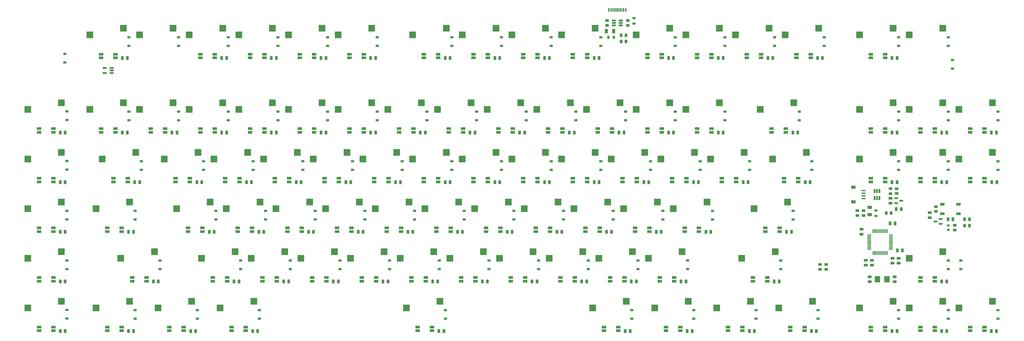
<source format=gbp>
%TF.GenerationSoftware,KiCad,Pcbnew,(6.0.0)*%
%TF.CreationDate,2022-03-04T20:35:23-05:00*%
%TF.ProjectId,keyboard0,6b657962-6f61-4726-9430-2e6b69636164,rev?*%
%TF.SameCoordinates,Original*%
%TF.FileFunction,Paste,Bot*%
%TF.FilePolarity,Positive*%
%FSLAX46Y46*%
G04 Gerber Fmt 4.6, Leading zero omitted, Abs format (unit mm)*
G04 Created by KiCad (PCBNEW (6.0.0)) date 2022-03-04 20:35:23*
%MOMM*%
%LPD*%
G01*
G04 APERTURE LIST*
G04 Aperture macros list*
%AMRoundRect*
0 Rectangle with rounded corners*
0 $1 Rounding radius*
0 $2 $3 $4 $5 $6 $7 $8 $9 X,Y pos of 4 corners*
0 Add a 4 corners polygon primitive as box body*
4,1,4,$2,$3,$4,$5,$6,$7,$8,$9,$2,$3,0*
0 Add four circle primitives for the rounded corners*
1,1,$1+$1,$2,$3*
1,1,$1+$1,$4,$5*
1,1,$1+$1,$6,$7*
1,1,$1+$1,$8,$9*
0 Add four rect primitives between the rounded corners*
20,1,$1+$1,$2,$3,$4,$5,0*
20,1,$1+$1,$4,$5,$6,$7,0*
20,1,$1+$1,$6,$7,$8,$9,0*
20,1,$1+$1,$8,$9,$2,$3,0*%
G04 Aperture macros list end*
%ADD10R,1.200000X0.900000*%
%ADD11R,2.550000X2.500000*%
%ADD12RoundRect,0.250000X-0.262500X-0.450000X0.262500X-0.450000X0.262500X0.450000X-0.262500X0.450000X0*%
%ADD13RoundRect,0.218750X0.381250X-0.218750X0.381250X0.218750X-0.381250X0.218750X-0.381250X-0.218750X0*%
%ADD14RoundRect,0.250000X0.475000X-0.250000X0.475000X0.250000X-0.475000X0.250000X-0.475000X-0.250000X0*%
%ADD15RoundRect,0.250000X-0.475000X0.250000X-0.475000X-0.250000X0.475000X-0.250000X0.475000X0.250000X0*%
%ADD16RoundRect,0.250000X0.250000X0.475000X-0.250000X0.475000X-0.250000X-0.475000X0.250000X-0.475000X0*%
%ADD17RoundRect,0.243750X-0.456250X0.243750X-0.456250X-0.243750X0.456250X-0.243750X0.456250X0.243750X0*%
%ADD18RoundRect,0.250000X-0.625000X0.375000X-0.625000X-0.375000X0.625000X-0.375000X0.625000X0.375000X0*%
%ADD19RoundRect,0.250000X-0.450000X0.262500X-0.450000X-0.262500X0.450000X-0.262500X0.450000X0.262500X0*%
%ADD20RoundRect,0.250000X0.262500X0.450000X-0.262500X0.450000X-0.262500X-0.450000X0.262500X-0.450000X0*%
%ADD21RoundRect,0.250000X0.450000X-0.262500X0.450000X0.262500X-0.450000X0.262500X-0.450000X-0.262500X0*%
%ADD22RoundRect,0.150000X-0.587500X-0.150000X0.587500X-0.150000X0.587500X0.150000X-0.587500X0.150000X0*%
%ADD23RoundRect,0.075000X0.075000X-0.662500X0.075000X0.662500X-0.075000X0.662500X-0.075000X-0.662500X0*%
%ADD24RoundRect,0.075000X0.662500X-0.075000X0.662500X0.075000X-0.662500X0.075000X-0.662500X-0.075000X0*%
%ADD25R,2.000000X2.400000*%
%ADD26R,0.600000X1.450000*%
%ADD27R,0.300000X1.450000*%
%ADD28R,1.560000X0.650000*%
%ADD29RoundRect,0.243750X0.243750X0.456250X-0.243750X0.456250X-0.243750X-0.456250X0.243750X-0.456250X0*%
%ADD30RoundRect,0.250000X-0.250000X-0.475000X0.250000X-0.475000X0.250000X0.475000X-0.250000X0.475000X0*%
%ADD31RoundRect,0.150000X0.587500X0.150000X-0.587500X0.150000X-0.587500X-0.150000X0.587500X-0.150000X0*%
%ADD32RoundRect,0.200000X-0.275000X0.200000X-0.275000X-0.200000X0.275000X-0.200000X0.275000X0.200000X0*%
%ADD33R,1.800000X1.100000*%
%ADD34R,1.550000X0.600000*%
%ADD35R,1.800000X1.200000*%
%ADD36RoundRect,0.218750X0.218750X0.381250X-0.218750X0.381250X-0.218750X-0.381250X0.218750X-0.381250X0*%
%ADD37RoundRect,0.243750X0.456250X-0.243750X0.456250X0.243750X-0.456250X0.243750X-0.456250X-0.243750X0*%
%ADD38RoundRect,0.250000X-0.375000X-0.625000X0.375000X-0.625000X0.375000X0.625000X-0.375000X0.625000X0*%
%ADD39R,1.700000X1.000000*%
%ADD40R,0.650000X1.560000*%
G04 APERTURE END LIST*
D10*
%TO.C,D6*%
X380976000Y-184994700D03*
X380976000Y-181694700D03*
%TD*%
D11*
%TO.C,MX52*%
X49267700Y-161755900D03*
X62167700Y-159215900D03*
%TD*%
%TO.C,MX2*%
X97884200Y-92545100D03*
X84984200Y-95085100D03*
%TD*%
%TO.C,MX15*%
X23075600Y-123658300D03*
X35975600Y-121118300D03*
%TD*%
%TO.C,MX33*%
X23075600Y-142707100D03*
X35975600Y-140167100D03*
%TD*%
%TO.C,MX51*%
X35975600Y-159215900D03*
X23075600Y-161755900D03*
%TD*%
%TO.C,MX65*%
X35975600Y-178264700D03*
X23075600Y-180804700D03*
%TD*%
%TO.C,MX1*%
X46886600Y-95085100D03*
X59786600Y-92545100D03*
%TD*%
%TO.C,MX16*%
X46886600Y-123658300D03*
X59786600Y-121118300D03*
%TD*%
%TO.C,MX34*%
X64548800Y-140167100D03*
X51648800Y-142707100D03*
%TD*%
%TO.C,MX79*%
X23075600Y-199853500D03*
X35975600Y-197313500D03*
%TD*%
%TO.C,MX18*%
X84984200Y-123658300D03*
X97884200Y-121118300D03*
%TD*%
%TO.C,MX36*%
X107408600Y-140167100D03*
X94508600Y-142707100D03*
%TD*%
%TO.C,MX54*%
X99270800Y-161755900D03*
X112170800Y-159215900D03*
%TD*%
%TO.C,MX67*%
X102646400Y-178264700D03*
X89746400Y-180804700D03*
%TD*%
%TO.C,MX82*%
X96889700Y-199853500D03*
X109789700Y-197313500D03*
%TD*%
%TO.C,MX17*%
X65935400Y-123658300D03*
X78835400Y-121118300D03*
%TD*%
%TO.C,MX35*%
X75459800Y-142707100D03*
X88359800Y-140167100D03*
%TD*%
%TO.C,MX53*%
X80163700Y-161755900D03*
X93063700Y-159215900D03*
%TD*%
%TO.C,MX66*%
X71692100Y-178264700D03*
X58792100Y-180804700D03*
%TD*%
%TO.C,MX81*%
X85978700Y-197313500D03*
X73078700Y-199853500D03*
%TD*%
%TO.C,MX3*%
X104033000Y-95085100D03*
X116933000Y-92545100D03*
%TD*%
%TO.C,MX37*%
X113557400Y-142707100D03*
X126457400Y-140167100D03*
%TD*%
%TO.C,MX55*%
X118319600Y-161755900D03*
X131219600Y-159215900D03*
%TD*%
%TO.C,MX68*%
X108795200Y-180804700D03*
X121695200Y-178264700D03*
%TD*%
%TO.C,MX70*%
X146892800Y-180804700D03*
X159792800Y-178264700D03*
%TD*%
%TO.C,MX4*%
X135981800Y-92545100D03*
X123081800Y-95085100D03*
%TD*%
%TO.C,MX20*%
X135981800Y-121118300D03*
X123081800Y-123658300D03*
%TD*%
%TO.C,MX38*%
X145506200Y-140167100D03*
X132606200Y-142707100D03*
%TD*%
%TO.C,MX56*%
X150268400Y-159215900D03*
X137368400Y-161755900D03*
%TD*%
%TO.C,MX69*%
X127844000Y-180804700D03*
X140744000Y-178264700D03*
%TD*%
%TO.C,MX5*%
X142130600Y-95085100D03*
X155030600Y-92545100D03*
%TD*%
%TO.C,MX39*%
X164555000Y-140167100D03*
X151655000Y-142707100D03*
%TD*%
%TO.C,MX57*%
X169317200Y-159215900D03*
X156417200Y-161755900D03*
%TD*%
%TO.C,MX71*%
X178841600Y-178264700D03*
X165941600Y-180804700D03*
%TD*%
%TO.C,MX83*%
X168322700Y-199853500D03*
X181222700Y-197313500D03*
%TD*%
%TO.C,MX22*%
X174079400Y-121118300D03*
X161179400Y-123658300D03*
%TD*%
%TO.C,MX40*%
X170703800Y-142707100D03*
X183603800Y-140167100D03*
%TD*%
%TO.C,MX58*%
X175466000Y-161755900D03*
X188366000Y-159215900D03*
%TD*%
%TO.C,MX72*%
X184990400Y-180804700D03*
X197890400Y-178264700D03*
%TD*%
%TO.C,MX7*%
X202652600Y-92545100D03*
X189752600Y-95085100D03*
%TD*%
%TO.C,MX23*%
X180228200Y-123658300D03*
X193128200Y-121118300D03*
%TD*%
%TO.C,MX41*%
X202652600Y-140167100D03*
X189752600Y-142707100D03*
%TD*%
%TO.C,MX59*%
X194514800Y-161755900D03*
X207414800Y-159215900D03*
%TD*%
%TO.C,MX73*%
X216939200Y-178264700D03*
X204039200Y-180804700D03*
%TD*%
%TO.C,MX8*%
X221701400Y-92545100D03*
X208801400Y-95085100D03*
%TD*%
%TO.C,MX24*%
X212177000Y-121118300D03*
X199277000Y-123658300D03*
%TD*%
%TO.C,MX42*%
X221701400Y-140167100D03*
X208801400Y-142707100D03*
%TD*%
%TO.C,MX60*%
X213563600Y-161755900D03*
X226463600Y-159215900D03*
%TD*%
%TO.C,MX74*%
X235988000Y-178264700D03*
X223088000Y-180804700D03*
%TD*%
%TO.C,MX9*%
X227850200Y-95085100D03*
X240750200Y-92545100D03*
%TD*%
%TO.C,MX25*%
X231225800Y-121118300D03*
X218325800Y-123658300D03*
%TD*%
%TO.C,MX43*%
X227850200Y-142707100D03*
X240750200Y-140167100D03*
%TD*%
%TO.C,MX61*%
X232612400Y-161755900D03*
X245512400Y-159215900D03*
%TD*%
%TO.C,MX84*%
X252655700Y-197313500D03*
X239755700Y-199853500D03*
%TD*%
%TO.C,MX10*%
X256423400Y-95085100D03*
X269323400Y-92545100D03*
%TD*%
%TO.C,MX26*%
X237374600Y-123658300D03*
X250274600Y-121118300D03*
%TD*%
%TO.C,MX44*%
X259799000Y-140167100D03*
X246899000Y-142707100D03*
%TD*%
%TO.C,MX62*%
X264561200Y-159215900D03*
X251661200Y-161755900D03*
%TD*%
%TO.C,MX76*%
X274085600Y-178264700D03*
X261185600Y-180804700D03*
%TD*%
%TO.C,MX11*%
X288372200Y-92545100D03*
X275472200Y-95085100D03*
%TD*%
%TO.C,MX27*%
X256423400Y-123658300D03*
X269323400Y-121118300D03*
%TD*%
%TO.C,MX45*%
X265947800Y-142707100D03*
X278847800Y-140167100D03*
%TD*%
%TO.C,MX63*%
X270710000Y-161755900D03*
X283610000Y-159215900D03*
%TD*%
%TO.C,MX85*%
X276466700Y-197313500D03*
X263566700Y-199853500D03*
%TD*%
%TO.C,MX86*%
X300277700Y-197313500D03*
X287377700Y-199853500D03*
%TD*%
%TO.C,MX12*%
X307421000Y-92545100D03*
X294521000Y-95085100D03*
%TD*%
%TO.C,MX28*%
X275472200Y-123658300D03*
X288372200Y-121118300D03*
%TD*%
%TO.C,MX46*%
X297896600Y-140167100D03*
X284996600Y-142707100D03*
%TD*%
%TO.C,MX87*%
X324088700Y-197313500D03*
X311188700Y-199853500D03*
%TD*%
%TO.C,MX13*%
X313569800Y-95085100D03*
X326469800Y-92545100D03*
%TD*%
%TO.C,MX29*%
X316945400Y-121118300D03*
X304045400Y-123658300D03*
%TD*%
%TO.C,MX47*%
X308807600Y-142707100D03*
X321707600Y-140167100D03*
%TD*%
%TO.C,MX64*%
X314564300Y-159215900D03*
X301664300Y-161755900D03*
%TD*%
%TO.C,MX77*%
X309792562Y-178263844D03*
X296892562Y-180803844D03*
%TD*%
%TO.C,MX88*%
X342143000Y-199853500D03*
X355043000Y-197313500D03*
%TD*%
%TO.C,MX30*%
X355043000Y-121118300D03*
X342143000Y-123658300D03*
%TD*%
%TO.C,MX48*%
X355043000Y-140167100D03*
X342143000Y-142707100D03*
%TD*%
%TO.C,MX31*%
X374091800Y-121118300D03*
X361191800Y-123658300D03*
%TD*%
%TO.C,MX49*%
X361191800Y-142707100D03*
X374091800Y-140167100D03*
%TD*%
%TO.C,MX78*%
X361191800Y-180804700D03*
X374091800Y-178264700D03*
%TD*%
%TO.C,MX89*%
X361191800Y-199853500D03*
X374091800Y-197313500D03*
%TD*%
%TO.C,MX50*%
X393140600Y-140167100D03*
X380240600Y-142707100D03*
%TD*%
%TO.C,MX90*%
X393140600Y-197313500D03*
X380240600Y-199853500D03*
%TD*%
%TO.C,MX6*%
X170703800Y-95085100D03*
X183603800Y-92545100D03*
%TD*%
%TO.C,MX21*%
X142130600Y-123658300D03*
X155030600Y-121118300D03*
%TD*%
%TO.C,MX32*%
X380240600Y-123658300D03*
X393140600Y-121118300D03*
%TD*%
%TO.C,MX19*%
X104033000Y-123658300D03*
X116933000Y-121118300D03*
%TD*%
%TO.C,MX14*%
X342143000Y-95085100D03*
X355043000Y-92545100D03*
%TD*%
%TO.C,MX80*%
X49267700Y-199853500D03*
X62167700Y-197313500D03*
%TD*%
%TO.C,MX14.5*%
X361191800Y-95085100D03*
X374091800Y-92545100D03*
%TD*%
%TO.C,MX75*%
X242136800Y-180804700D03*
X255036800Y-178264700D03*
%TD*%
%TO.C,MX1.5*%
X78835400Y-92545100D03*
X65935400Y-95085100D03*
%TD*%
D10*
%TO.C,KD15*%
X38097600Y-127785700D03*
X38097600Y-124485700D03*
%TD*%
%TO.C,KD33*%
X38097600Y-146834500D03*
X38097600Y-143534500D03*
%TD*%
%TO.C,KD51*%
X38097600Y-165945900D03*
X38097600Y-162645900D03*
%TD*%
%TO.C,KD65*%
X38097600Y-184994700D03*
X38097600Y-181694700D03*
%TD*%
%TO.C,KD80*%
X64289700Y-204043500D03*
X64289700Y-200743500D03*
%TD*%
%TO.C,KD1*%
X61908600Y-99275100D03*
X61908600Y-95975100D03*
%TD*%
%TO.C,KD16*%
X61908600Y-127848300D03*
X61908600Y-124548300D03*
%TD*%
%TO.C,KD34*%
X66670800Y-146897100D03*
X66670800Y-143597100D03*
%TD*%
%TO.C,KD52*%
X64289700Y-165945900D03*
X64289700Y-162645900D03*
%TD*%
%TO.C,KD79*%
X38097600Y-203980900D03*
X38097600Y-200680900D03*
%TD*%
%TO.C,KD2*%
X100006200Y-99275100D03*
X100006200Y-95975100D03*
%TD*%
%TO.C,KD18*%
X100006200Y-127848300D03*
X100006200Y-124548300D03*
%TD*%
%TO.C,KD36*%
X109530600Y-146897100D03*
X109530600Y-143597100D03*
%TD*%
%TO.C,KD54*%
X114292800Y-165945900D03*
X114292800Y-162645900D03*
%TD*%
%TO.C,KD67*%
X104768400Y-184994700D03*
X104768400Y-181694700D03*
%TD*%
%TO.C,KD82*%
X111911700Y-204043500D03*
X111911700Y-200743500D03*
%TD*%
%TO.C,KD17*%
X80957400Y-127848300D03*
X80957400Y-124548300D03*
%TD*%
%TO.C,KD35*%
X90481800Y-146897100D03*
X90481800Y-143597100D03*
%TD*%
%TO.C,KD53*%
X95244000Y-165945900D03*
X95244000Y-162645900D03*
%TD*%
%TO.C,KD66*%
X73814100Y-184994700D03*
X73814100Y-181694700D03*
%TD*%
%TO.C,KD81*%
X88100700Y-204043500D03*
X88100700Y-200743500D03*
%TD*%
%TO.C,KD3*%
X119055000Y-99275100D03*
X119055000Y-95975100D03*
%TD*%
%TO.C,KD19*%
X119055000Y-127848300D03*
X119055000Y-124548300D03*
%TD*%
%TO.C,KD37*%
X128579400Y-146897100D03*
X128579400Y-143597100D03*
%TD*%
%TO.C,KD55*%
X133341600Y-165945900D03*
X133341600Y-162645900D03*
%TD*%
%TO.C,KD68*%
X123817200Y-184994700D03*
X123817200Y-181694700D03*
%TD*%
%TO.C,KD70*%
X161914800Y-184994700D03*
X161914800Y-181694700D03*
%TD*%
%TO.C,KD4*%
X138103800Y-99275100D03*
X138103800Y-95975100D03*
%TD*%
%TO.C,KD20*%
X138103800Y-127848300D03*
X138103800Y-124548300D03*
%TD*%
%TO.C,KD38*%
X147628200Y-146897100D03*
X147628200Y-143597100D03*
%TD*%
%TO.C,KD56*%
X152390400Y-165945900D03*
X152390400Y-162645900D03*
%TD*%
%TO.C,KD69*%
X142866000Y-184994700D03*
X142866000Y-181694700D03*
%TD*%
%TO.C,KD5*%
X157152600Y-99275100D03*
X157152600Y-95975100D03*
%TD*%
%TO.C,KD21*%
X157152600Y-127848300D03*
X157152600Y-124548300D03*
%TD*%
%TO.C,KD39*%
X166677000Y-146897100D03*
X166677000Y-143597100D03*
%TD*%
%TO.C,KD57*%
X171439200Y-165945900D03*
X171439200Y-162645900D03*
%TD*%
%TO.C,KD71*%
X180963600Y-184994700D03*
X180963600Y-181694700D03*
%TD*%
%TO.C,KD83*%
X183344700Y-204043500D03*
X183344700Y-200743500D03*
%TD*%
%TO.C,KD6*%
X185725800Y-99275100D03*
X185725800Y-95975100D03*
%TD*%
%TO.C,KD22*%
X176201400Y-127848300D03*
X176201400Y-124548300D03*
%TD*%
%TO.C,KD40*%
X185725800Y-146897100D03*
X185725800Y-143597100D03*
%TD*%
%TO.C,KD58*%
X190488000Y-165945900D03*
X190488000Y-162645900D03*
%TD*%
%TO.C,KD72*%
X200012400Y-184994700D03*
X200012400Y-181694700D03*
%TD*%
%TO.C,KD7*%
X204774600Y-99275100D03*
X204774600Y-95975100D03*
%TD*%
%TO.C,KD23*%
X195250200Y-127848300D03*
X195250200Y-124548300D03*
%TD*%
%TO.C,KD41*%
X204774600Y-146897100D03*
X204774600Y-143597100D03*
%TD*%
%TO.C,KD59*%
X209536800Y-165945900D03*
X209536800Y-162645900D03*
%TD*%
%TO.C,KD73*%
X219061200Y-184994700D03*
X219061200Y-181694700D03*
%TD*%
%TO.C,KD8*%
X223823400Y-99275100D03*
X223823400Y-95975100D03*
%TD*%
%TO.C,KD24*%
X214299000Y-127848300D03*
X214299000Y-124548300D03*
%TD*%
%TO.C,KD42*%
X223823400Y-146897100D03*
X223823400Y-143597100D03*
%TD*%
%TO.C,KD60*%
X228585600Y-165945900D03*
X228585600Y-162645900D03*
%TD*%
%TO.C,KD74*%
X238110000Y-184994700D03*
X238110000Y-181694700D03*
%TD*%
%TO.C,KD25*%
X233347800Y-127848300D03*
X233347800Y-124548300D03*
%TD*%
%TO.C,KD43*%
X242872200Y-146897100D03*
X242872200Y-143597100D03*
%TD*%
%TO.C,KD61*%
X247634400Y-165945900D03*
X247634400Y-162645900D03*
%TD*%
%TO.C,KD75*%
X257158800Y-184994700D03*
X257158800Y-181694700D03*
%TD*%
%TO.C,KD84*%
X254777700Y-204043500D03*
X254777700Y-200743500D03*
%TD*%
%TO.C,KD10*%
X271445400Y-99275100D03*
X271445400Y-95975100D03*
%TD*%
%TO.C,KD26*%
X252396600Y-127848300D03*
X252396600Y-124548300D03*
%TD*%
%TO.C,KD44*%
X261921000Y-146897100D03*
X261921000Y-143597100D03*
%TD*%
%TO.C,KD62*%
X266683200Y-165945900D03*
X266683200Y-162645900D03*
%TD*%
%TO.C,KD11*%
X290494200Y-99275100D03*
X290494200Y-95975100D03*
%TD*%
%TO.C,KD27*%
X271445400Y-127848300D03*
X271445400Y-124548300D03*
%TD*%
%TO.C,KD45*%
X280969800Y-146897100D03*
X280969800Y-143597100D03*
%TD*%
%TO.C,KD63*%
X285732000Y-165945900D03*
X285732000Y-162645900D03*
%TD*%
%TO.C,KD85*%
X278588700Y-204043500D03*
X278588700Y-200743500D03*
%TD*%
%TO.C,KD86*%
X302399700Y-204043500D03*
X302399700Y-200743500D03*
%TD*%
%TO.C,KD12*%
X309543000Y-99275100D03*
X309543000Y-95975100D03*
%TD*%
%TO.C,KD28*%
X290494200Y-127848300D03*
X290494200Y-124548300D03*
%TD*%
%TO.C,KD46*%
X300018600Y-146897100D03*
X300018600Y-143597100D03*
%TD*%
%TO.C,KD87*%
X326210700Y-204043500D03*
X326210700Y-200743500D03*
%TD*%
%TO.C,KD13*%
X328591800Y-99275100D03*
X328591800Y-95975100D03*
%TD*%
%TO.C,KD29*%
X319067400Y-127848300D03*
X319067400Y-124548300D03*
%TD*%
%TO.C,KD47*%
X323829600Y-146897100D03*
X323829600Y-143597100D03*
%TD*%
%TO.C,KD64*%
X316686300Y-165945900D03*
X316686300Y-162645900D03*
%TD*%
%TO.C,KD77*%
X311924100Y-184994700D03*
X311924100Y-181694700D03*
%TD*%
%TO.C,KD88*%
X357165000Y-204043500D03*
X357165000Y-200743500D03*
%TD*%
%TO.C,KD14*%
X357165000Y-99275100D03*
X357165000Y-95975100D03*
%TD*%
%TO.C,KD30*%
X357165000Y-127848300D03*
X357165000Y-124548300D03*
%TD*%
%TO.C,KD48*%
X357165000Y-146897100D03*
X357165000Y-143597100D03*
%TD*%
%TO.C,KD31*%
X376213800Y-127848300D03*
X376213800Y-124548300D03*
%TD*%
%TO.C,KD49*%
X376213800Y-146897100D03*
X376213800Y-143597100D03*
%TD*%
%TO.C,KD78*%
X376213800Y-184994700D03*
X376213800Y-181694700D03*
%TD*%
%TO.C,KD89*%
X376213800Y-204043500D03*
X376213800Y-200743500D03*
%TD*%
%TO.C,KD32*%
X395262600Y-127848300D03*
X395262600Y-124548300D03*
%TD*%
%TO.C,KD50*%
X395262600Y-146897100D03*
X395262600Y-143597100D03*
%TD*%
%TO.C,KD90*%
X395262600Y-204043500D03*
X395262600Y-200743500D03*
%TD*%
%TO.C,D4*%
X377801200Y-108005800D03*
X377801200Y-104705800D03*
%TD*%
%TO.C,D3*%
X37303900Y-105624700D03*
X37303900Y-102324700D03*
%TD*%
D12*
%TO.C,R38*%
X382444600Y-168264400D03*
X384269600Y-168264400D03*
%TD*%
%TO.C,R39*%
X382444600Y-165883300D03*
X384269600Y-165883300D03*
%TD*%
D13*
%TO.C,FB5*%
X255586250Y-90750750D03*
X255586250Y-88625750D03*
%TD*%
D14*
%TO.C,C3*%
X355577600Y-189850600D03*
X355577600Y-187950600D03*
%TD*%
D15*
%TO.C,C7*%
X346053200Y-187950600D03*
X346053200Y-189850600D03*
%TD*%
D14*
%TO.C,C18*%
X354783900Y-182707300D03*
X354783900Y-180807300D03*
%TD*%
D15*
%TO.C,C19*%
X342878400Y-169695500D03*
X342878400Y-171595500D03*
%TD*%
D16*
%TO.C,C20*%
X355733900Y-167470700D03*
X353833900Y-167470700D03*
%TD*%
D14*
%TO.C,C23*%
X346846900Y-183501000D03*
X346846900Y-181601000D03*
%TD*%
D15*
%TO.C,C24*%
X344544600Y-181601000D03*
X344544600Y-183501000D03*
%TD*%
%TO.C,C44*%
X353990200Y-157790000D03*
X353990200Y-159690000D03*
%TD*%
D17*
%TO.C,D11*%
X353990200Y-154112050D03*
X353990200Y-155987050D03*
%TD*%
D18*
%TO.C,F8*%
X346053200Y-161308500D03*
X346053200Y-164108500D03*
%TD*%
D13*
%TO.C,FB15*%
X348434300Y-164564700D03*
X348434300Y-162439700D03*
%TD*%
D19*
%TO.C,R12*%
X253205000Y-89569500D03*
X253205000Y-91394500D03*
%TD*%
D20*
%TO.C,R58*%
X354227800Y-163502200D03*
X352402800Y-163502200D03*
%TD*%
D21*
%TO.C,R64*%
X356371300Y-155962050D03*
X356371300Y-154137050D03*
%TD*%
D22*
%TO.C,U12*%
X356227500Y-159690000D03*
X356227500Y-157790000D03*
X358102500Y-158740000D03*
%TD*%
D23*
%TO.C,U14*%
X352771700Y-178776500D03*
X352271700Y-178776500D03*
X351771700Y-178776500D03*
X351271700Y-178776500D03*
X350771700Y-178776500D03*
X350271700Y-178776500D03*
X349771700Y-178776500D03*
X349271700Y-178776500D03*
X348771700Y-178776500D03*
X348271700Y-178776500D03*
X347771700Y-178776500D03*
X347271700Y-178776500D03*
D24*
X345859200Y-177364000D03*
X345859200Y-176864000D03*
X345859200Y-176364000D03*
X345859200Y-175864000D03*
X345859200Y-175364000D03*
X345859200Y-174864000D03*
X345859200Y-174364000D03*
X345859200Y-173864000D03*
X345859200Y-173364000D03*
X345859200Y-172864000D03*
X345859200Y-172364000D03*
X345859200Y-171864000D03*
D23*
X347271700Y-170451500D03*
X347771700Y-170451500D03*
X348271700Y-170451500D03*
X348771700Y-170451500D03*
X349271700Y-170451500D03*
X349771700Y-170451500D03*
X350271700Y-170451500D03*
X350771700Y-170451500D03*
X351271700Y-170451500D03*
X351771700Y-170451500D03*
X352271700Y-170451500D03*
X352771700Y-170451500D03*
D24*
X354184200Y-171864000D03*
X354184200Y-172364000D03*
X354184200Y-172864000D03*
X354184200Y-173364000D03*
X354184200Y-173864000D03*
X354184200Y-174364000D03*
X354184200Y-174864000D03*
X354184200Y-175364000D03*
X354184200Y-175864000D03*
X354184200Y-176364000D03*
X354184200Y-176864000D03*
X354184200Y-177364000D03*
%TD*%
D25*
%TO.C,Y2*%
X352665400Y-188900600D03*
X348965400Y-188900600D03*
%TD*%
D26*
%TO.C,USB1*%
X245996800Y-85477600D03*
X246771800Y-85477600D03*
D27*
X247471800Y-85477600D03*
X247971800Y-85477600D03*
X248471800Y-85477600D03*
X248971800Y-85477600D03*
X249471800Y-85477600D03*
X249971800Y-85477600D03*
X250471800Y-85477600D03*
X250971800Y-85477600D03*
D26*
X251671800Y-85477600D03*
X252446800Y-85477600D03*
%TD*%
D28*
%TO.C,U1*%
X250571800Y-89531800D03*
X250571800Y-90481800D03*
X250571800Y-91431800D03*
X247871800Y-91431800D03*
X247871800Y-90481800D03*
X247871800Y-89531800D03*
%TD*%
D16*
%TO.C,C43*%
X358115000Y-161914800D03*
X356215000Y-161914800D03*
%TD*%
D29*
%TO.C,D2*%
X252555000Y-95244500D03*
X250680000Y-95244500D03*
%TD*%
D19*
%TO.C,R13*%
X245267500Y-89569500D03*
X245267500Y-91394500D03*
%TD*%
D30*
%TO.C,C2*%
X376057500Y-165883300D03*
X377957500Y-165883300D03*
%TD*%
D15*
%TO.C,C4*%
X369070500Y-163345900D03*
X369070500Y-165245900D03*
%TD*%
D31*
%TO.C,Q1*%
X373182800Y-165727000D03*
X373182800Y-167627000D03*
X371307800Y-166677000D03*
%TD*%
D19*
%TO.C,R5*%
X371451600Y-161002300D03*
X371451600Y-162827300D03*
%TD*%
%TO.C,R6*%
X378594900Y-168145600D03*
X378594900Y-169970600D03*
%TD*%
D32*
%TO.C,R7*%
X376213800Y-168233100D03*
X376213800Y-169883100D03*
%TD*%
D33*
%TO.C,SW1*%
X373907500Y-163764800D03*
X380107500Y-163764800D03*
X373907500Y-160064800D03*
X380107500Y-160064800D03*
%TD*%
D34*
%TO.C,J2*%
X343684900Y-157858900D03*
X343684900Y-156858900D03*
X343684900Y-155858900D03*
X343684900Y-154858900D03*
D35*
X339809900Y-153558900D03*
X339809900Y-159158900D03*
%TD*%
D10*
%TO.C,KD76*%
X276207600Y-184994700D03*
X276207600Y-181694700D03*
%TD*%
%TO.C,KD9*%
X242872200Y-99275100D03*
X242872200Y-95975100D03*
%TD*%
D30*
%TO.C,C22*%
X356633125Y-177794488D03*
X358533125Y-177794488D03*
%TD*%
D36*
%TO.C,FB1*%
X247903200Y-96037700D03*
X245778200Y-96037700D03*
%TD*%
D19*
%TO.C,R2*%
X329385500Y-183225900D03*
X329385500Y-185050900D03*
%TD*%
D37*
%TO.C,D1*%
X327004400Y-185075900D03*
X327004400Y-183200900D03*
%TD*%
D38*
%TO.C,F1*%
X245043850Y-93656600D03*
X247843850Y-93656600D03*
%TD*%
D14*
%TO.C,C21*%
X357165000Y-182707300D03*
X357165000Y-180807300D03*
%TD*%
D12*
%TO.C,R1*%
X250705000Y-97625750D03*
X252530000Y-97625750D03*
%TD*%
D37*
%TO.C,D5*%
X343672100Y-164439700D03*
X343672100Y-162564700D03*
%TD*%
D19*
%TO.C,R8*%
X341291000Y-162589700D03*
X341291000Y-164414700D03*
%TD*%
D16*
%TO.C,LC78*%
X375576400Y-189694300D03*
X373676400Y-189694300D03*
%TD*%
D39*
%TO.C,LED16*%
X56721600Y-131054200D03*
X51221600Y-131054200D03*
X51221600Y-132454200D03*
X56721600Y-132454200D03*
%TD*%
%TO.C,LED48*%
X351978000Y-150103000D03*
X346478000Y-150103000D03*
X346478000Y-151503000D03*
X351978000Y-151503000D03*
%TD*%
%TO.C,LED46*%
X294831600Y-150103000D03*
X289331600Y-150103000D03*
X289331600Y-151503000D03*
X294831600Y-151503000D03*
%TD*%
%TO.C,LED81*%
X82913700Y-207249400D03*
X77413700Y-207249400D03*
X77413700Y-208649400D03*
X82913700Y-208649400D03*
%TD*%
D16*
%TO.C,LC26*%
X251759200Y-132547900D03*
X249859200Y-132547900D03*
%TD*%
%TO.C,LC90*%
X394625200Y-208743100D03*
X392725200Y-208743100D03*
%TD*%
%TO.C,LC4*%
X137466400Y-103974700D03*
X135566400Y-103974700D03*
%TD*%
%TO.C,LC58*%
X189850600Y-170645500D03*
X187950600Y-170645500D03*
%TD*%
D39*
%TO.C,LED32*%
X390075600Y-131054200D03*
X384575600Y-131054200D03*
X384575600Y-132454200D03*
X390075600Y-132454200D03*
%TD*%
D16*
%TO.C,LC34*%
X66033400Y-151596700D03*
X64133400Y-151596700D03*
%TD*%
D39*
%TO.C,LED29*%
X313880400Y-131054200D03*
X308380400Y-131054200D03*
X308380400Y-132454200D03*
X313880400Y-132454200D03*
%TD*%
D16*
%TO.C,LC86*%
X301762300Y-208743100D03*
X299862300Y-208743100D03*
%TD*%
D39*
%TO.C,LED52*%
X59102700Y-169151800D03*
X53602700Y-169151800D03*
X53602700Y-170551800D03*
X59102700Y-170551800D03*
%TD*%
%TO.C,LED25*%
X228160800Y-131054200D03*
X222660800Y-131054200D03*
X222660800Y-132454200D03*
X228160800Y-132454200D03*
%TD*%
D16*
%TO.C,LC11*%
X289856800Y-103974700D03*
X287956800Y-103974700D03*
%TD*%
%TO.C,LC69*%
X142228600Y-189694300D03*
X140328600Y-189694300D03*
%TD*%
D39*
%TO.C,LED60*%
X223398600Y-169151800D03*
X217898600Y-169151800D03*
X217898600Y-170551800D03*
X223398600Y-170551800D03*
%TD*%
D16*
%TO.C,LC35*%
X89844400Y-151596700D03*
X87944400Y-151596700D03*
%TD*%
D39*
%TO.C,LED90*%
X390075600Y-207249400D03*
X384575600Y-207249400D03*
X384575600Y-208649400D03*
X390075600Y-208649400D03*
%TD*%
D16*
%TO.C,LC17*%
X80320000Y-132547900D03*
X78420000Y-132547900D03*
%TD*%
%TO.C,LC59*%
X208899400Y-170645500D03*
X206999400Y-170645500D03*
%TD*%
D39*
%TO.C,LED22*%
X171014400Y-131054200D03*
X165514400Y-131054200D03*
X165514400Y-132454200D03*
X171014400Y-132454200D03*
%TD*%
D16*
%TO.C,LC77*%
X311286700Y-189694300D03*
X309386700Y-189694300D03*
%TD*%
%TO.C,LC48*%
X356527600Y-151596700D03*
X354627600Y-151596700D03*
%TD*%
%TO.C,LC31*%
X375576400Y-132547900D03*
X373676400Y-132547900D03*
%TD*%
D39*
%TO.C,LED1*%
X56721600Y-102481000D03*
X51221600Y-102481000D03*
X51221600Y-103881000D03*
X56721600Y-103881000D03*
%TD*%
D16*
%TO.C,LC61*%
X246997000Y-170645500D03*
X245097000Y-170645500D03*
%TD*%
%TO.C,LC66*%
X73176700Y-189694300D03*
X71276700Y-189694300D03*
%TD*%
D39*
%TO.C,LED59*%
X204349800Y-169151800D03*
X198849800Y-169151800D03*
X198849800Y-170551800D03*
X204349800Y-170551800D03*
%TD*%
%TO.C,LED30*%
X351978000Y-131054200D03*
X346478000Y-131054200D03*
X346478000Y-132454200D03*
X351978000Y-132454200D03*
%TD*%
%TO.C,LED45*%
X275782800Y-150103000D03*
X270282800Y-150103000D03*
X270282800Y-151503000D03*
X275782800Y-151503000D03*
%TD*%
%TO.C,LED4*%
X132916800Y-102481000D03*
X127416800Y-102481000D03*
X127416800Y-103881000D03*
X132916800Y-103881000D03*
%TD*%
D16*
%TO.C,LC68*%
X123179800Y-189694300D03*
X121279800Y-189694300D03*
%TD*%
%TO.C,LC60*%
X227948200Y-170645500D03*
X226048200Y-170645500D03*
%TD*%
%TO.C,LC67*%
X104131000Y-189694300D03*
X102231000Y-189694300D03*
%TD*%
%TO.C,LC75*%
X256521400Y-189694300D03*
X254621400Y-189694300D03*
%TD*%
D39*
%TO.C,LED82*%
X106724700Y-207249400D03*
X101224700Y-207249400D03*
X101224700Y-208649400D03*
X106724700Y-208649400D03*
%TD*%
%TO.C,LED33*%
X32910600Y-150103000D03*
X27410600Y-150103000D03*
X27410600Y-151503000D03*
X32910600Y-151503000D03*
%TD*%
D16*
%TO.C,LC7*%
X204137200Y-103974700D03*
X202237200Y-103974700D03*
%TD*%
D10*
%TO.C,KD1-1*%
X80957400Y-99275100D03*
X80957400Y-95975100D03*
%TD*%
D39*
%TO.C,LED36*%
X104343600Y-150103000D03*
X98843600Y-150103000D03*
X98843600Y-151503000D03*
X104343600Y-151503000D03*
%TD*%
%TO.C,LED23*%
X190063200Y-131054200D03*
X184563200Y-131054200D03*
X184563200Y-132454200D03*
X190063200Y-132454200D03*
%TD*%
D16*
%TO.C,LC1*%
X61271200Y-103974700D03*
X59371200Y-103974700D03*
%TD*%
%TO.C,LC81*%
X87463300Y-208743100D03*
X85563300Y-208743100D03*
%TD*%
%TO.C,LC70*%
X161277400Y-189694300D03*
X159377400Y-189694300D03*
%TD*%
D39*
%TO.C,LED2*%
X94819200Y-102481000D03*
X89319200Y-102481000D03*
X89319200Y-103881000D03*
X94819200Y-103881000D03*
%TD*%
%TO.C,LED5*%
X151965600Y-102481000D03*
X146465600Y-102481000D03*
X146465600Y-103881000D03*
X151965600Y-103881000D03*
%TD*%
%TO.C,LED55*%
X128154600Y-169151800D03*
X122654600Y-169151800D03*
X122654600Y-170551800D03*
X128154600Y-170551800D03*
%TD*%
%TO.C,LED41*%
X199587600Y-150103000D03*
X194087600Y-150103000D03*
X194087600Y-151503000D03*
X199587600Y-151503000D03*
%TD*%
D10*
%TO.C,KD14-1*%
X376213800Y-99275100D03*
X376213800Y-95975100D03*
%TD*%
D39*
%TO.C,LED88*%
X351978000Y-207249400D03*
X346478000Y-207249400D03*
X346478000Y-208649400D03*
X351978000Y-208649400D03*
%TD*%
%TO.C,LED80*%
X59102700Y-207249400D03*
X53602700Y-207249400D03*
X53602700Y-208649400D03*
X59102700Y-208649400D03*
%TD*%
%TO.C,LED39*%
X161490000Y-150103000D03*
X155990000Y-150103000D03*
X155990000Y-151503000D03*
X161490000Y-151503000D03*
%TD*%
D16*
%TO.C,LC83*%
X182707300Y-208743100D03*
X180807300Y-208743100D03*
%TD*%
%TO.C,LC12*%
X308905600Y-103974700D03*
X307005600Y-103974700D03*
%TD*%
%TO.C,LC49*%
X375576400Y-151596700D03*
X373676400Y-151596700D03*
%TD*%
%TO.C,LC53*%
X94606600Y-170645500D03*
X92706600Y-170645500D03*
%TD*%
%TO.C,LC62*%
X266045800Y-170645500D03*
X264145800Y-170645500D03*
%TD*%
D39*
%TO.C,LED71*%
X175776600Y-188200600D03*
X170276600Y-188200600D03*
X170276600Y-189600600D03*
X175776600Y-189600600D03*
%TD*%
%TO.C,LED51*%
X32910600Y-169151800D03*
X27410600Y-169151800D03*
X27410600Y-170551800D03*
X32910600Y-170551800D03*
%TD*%
%TO.C,LED62*%
X261496200Y-169151800D03*
X255996200Y-169151800D03*
X255996200Y-170551800D03*
X261496200Y-170551800D03*
%TD*%
D16*
%TO.C,LC56*%
X151753000Y-170645500D03*
X149853000Y-170645500D03*
%TD*%
%TO.C,LC23*%
X194612800Y-132547900D03*
X192712800Y-132547900D03*
%TD*%
%TO.C,LC39*%
X166039600Y-151596700D03*
X164139600Y-151596700D03*
%TD*%
%TO.C,LC85*%
X277951300Y-208743100D03*
X276051300Y-208743100D03*
%TD*%
D39*
%TO.C,LED15*%
X32910600Y-131054200D03*
X27410600Y-131054200D03*
X27410600Y-132454200D03*
X32910600Y-132454200D03*
%TD*%
%TO.C,LED58*%
X185301000Y-169151800D03*
X179801000Y-169151800D03*
X179801000Y-170551800D03*
X185301000Y-170551800D03*
%TD*%
%TO.C,LED31*%
X371026800Y-131054200D03*
X365526800Y-131054200D03*
X365526800Y-132454200D03*
X371026800Y-132454200D03*
%TD*%
D40*
%TO.C,U3*%
X347881150Y-155008900D03*
X348831150Y-155008900D03*
X349781150Y-155008900D03*
X349781150Y-157708900D03*
X348831150Y-157708900D03*
X347881150Y-157708900D03*
%TD*%
D16*
%TO.C,LC46*%
X299381200Y-151596700D03*
X297481200Y-151596700D03*
%TD*%
%TO.C,LC29*%
X318430000Y-132547900D03*
X316530000Y-132547900D03*
%TD*%
D39*
%TO.C,LED10*%
X266258400Y-102481000D03*
X260758400Y-102481000D03*
X260758400Y-103881000D03*
X266258400Y-103881000D03*
%TD*%
D16*
%TO.C,LC87*%
X325573300Y-208743100D03*
X323673300Y-208743100D03*
%TD*%
%TO.C,LC50*%
X394781500Y-151596700D03*
X392881500Y-151596700D03*
%TD*%
%TO.C,LC3*%
X118417600Y-103974700D03*
X116517600Y-103974700D03*
%TD*%
%TO.C,LC84*%
X254140300Y-208743100D03*
X252240300Y-208743100D03*
%TD*%
D39*
%TO.C,LED87*%
X321023700Y-207249400D03*
X315523700Y-207249400D03*
X315523700Y-208649400D03*
X321023700Y-208649400D03*
%TD*%
D16*
%TO.C,LC82*%
X111274300Y-208743100D03*
X109374300Y-208743100D03*
%TD*%
D39*
%TO.C,LED26*%
X247209600Y-131054200D03*
X241709600Y-131054200D03*
X241709600Y-132454200D03*
X247209600Y-132454200D03*
%TD*%
D16*
%TO.C,LC2*%
X99368800Y-103974700D03*
X97468800Y-103974700D03*
%TD*%
%TO.C,LC21*%
X156515200Y-132547900D03*
X154615200Y-132547900D03*
%TD*%
%TO.C,LC20*%
X137466400Y-132547900D03*
X135566400Y-132547900D03*
%TD*%
%TO.C,LC14*%
X356527600Y-103974700D03*
X354627600Y-103974700D03*
%TD*%
D39*
%TO.C,LED8*%
X218636400Y-102481000D03*
X213136400Y-102481000D03*
X213136400Y-103881000D03*
X218636400Y-103881000D03*
%TD*%
%TO.C,LED40*%
X180538800Y-150103000D03*
X175038800Y-150103000D03*
X175038800Y-151503000D03*
X180538800Y-151503000D03*
%TD*%
D16*
%TO.C,LC32*%
X394625200Y-132547900D03*
X392725200Y-132547900D03*
%TD*%
%TO.C,LC63*%
X285094600Y-170645488D03*
X283194600Y-170645488D03*
%TD*%
D39*
%TO.C,LED43*%
X237685200Y-150103000D03*
X232185200Y-150103000D03*
X232185200Y-151503000D03*
X237685200Y-151503000D03*
%TD*%
%TO.C,LED11*%
X285307200Y-102481000D03*
X279807200Y-102481000D03*
X279807200Y-103881000D03*
X285307200Y-103881000D03*
%TD*%
D16*
%TO.C,LC73*%
X218423800Y-189694300D03*
X216523800Y-189694300D03*
%TD*%
%TO.C,LC76*%
X275570200Y-189694300D03*
X273670200Y-189694300D03*
%TD*%
%TO.C,LC64*%
X316048900Y-170645500D03*
X314148900Y-170645500D03*
%TD*%
%TO.C,LC33*%
X37460200Y-151596700D03*
X35560200Y-151596700D03*
%TD*%
D39*
%TO.C,LED72*%
X194825400Y-188200600D03*
X189325400Y-188200600D03*
X189325400Y-189600600D03*
X194825400Y-189600600D03*
%TD*%
%TO.C,LED79*%
X32910600Y-207249400D03*
X27410600Y-207249400D03*
X27410600Y-208649400D03*
X32910600Y-208649400D03*
%TD*%
D16*
%TO.C,LC38*%
X146990800Y-151596700D03*
X145090800Y-151596700D03*
%TD*%
%TO.C,LC18*%
X99368800Y-132547900D03*
X97468800Y-132547900D03*
%TD*%
D39*
%TO.C,LED74*%
X232923000Y-188200600D03*
X227423000Y-188200600D03*
X227423000Y-189600600D03*
X232923000Y-189600600D03*
%TD*%
D16*
%TO.C,LC80*%
X63652300Y-208743100D03*
X61752300Y-208743100D03*
%TD*%
D39*
%TO.C,LED76*%
X271020600Y-188200600D03*
X265520600Y-188200600D03*
X265520600Y-189600600D03*
X271020600Y-189600600D03*
%TD*%
%TO.C,LED83*%
X178157700Y-207249400D03*
X172657700Y-207249400D03*
X172657700Y-208649400D03*
X178157700Y-208649400D03*
%TD*%
%TO.C,LED67*%
X99581400Y-188200600D03*
X94081400Y-188200600D03*
X94081400Y-189600600D03*
X99581400Y-189600600D03*
%TD*%
D28*
%TO.C,U2*%
X55321600Y-107786900D03*
X55321600Y-108736900D03*
X55321600Y-109686900D03*
X52621600Y-109686900D03*
X52621600Y-107786900D03*
%TD*%
D39*
%TO.C,LED73*%
X213874200Y-188200600D03*
X208374200Y-188200600D03*
X208374200Y-189600600D03*
X213874200Y-189600600D03*
%TD*%
%TO.C,LED54*%
X109105800Y-169151800D03*
X103605800Y-169151800D03*
X103605800Y-170551800D03*
X109105800Y-170551800D03*
%TD*%
D16*
%TO.C,LC74*%
X237472600Y-189694300D03*
X235572600Y-189694300D03*
%TD*%
D39*
%TO.C,LED38*%
X142441200Y-150103000D03*
X136941200Y-150103000D03*
X136941200Y-151503000D03*
X142441200Y-151503000D03*
%TD*%
%TO.C,LED78*%
X371026800Y-188200600D03*
X365526800Y-188200600D03*
X365526800Y-189600600D03*
X371026800Y-189600600D03*
%TD*%
D16*
%TO.C,LC13*%
X327954400Y-103974700D03*
X326054400Y-103974700D03*
%TD*%
%TO.C,LC52*%
X63652300Y-170645500D03*
X61752300Y-170645500D03*
%TD*%
D39*
%TO.C,LED6*%
X180538800Y-102481000D03*
X175038800Y-102481000D03*
X175038800Y-103881000D03*
X180538800Y-103881000D03*
%TD*%
D16*
%TO.C,LC36*%
X108893200Y-151596700D03*
X106993200Y-151596700D03*
%TD*%
%TO.C,LC44*%
X261283600Y-151596700D03*
X259383600Y-151596700D03*
%TD*%
D39*
%TO.C,LED66*%
X68627100Y-188200600D03*
X63127100Y-188200600D03*
X63127100Y-189600600D03*
X68627100Y-189600600D03*
%TD*%
%TO.C,LED89*%
X371026800Y-207249400D03*
X365526800Y-207249400D03*
X365526800Y-208649400D03*
X371026800Y-208649400D03*
%TD*%
D16*
%TO.C,LC88*%
X356527600Y-208743100D03*
X354627600Y-208743100D03*
%TD*%
%TO.C,LC79*%
X37460200Y-208743100D03*
X35560200Y-208743100D03*
%TD*%
D39*
%TO.C,LED44*%
X256734000Y-150103000D03*
X251234000Y-150103000D03*
X251234000Y-151503000D03*
X256734000Y-151503000D03*
%TD*%
%TO.C,LED35*%
X85294800Y-150103000D03*
X79794800Y-150103000D03*
X79794800Y-151503000D03*
X85294800Y-151503000D03*
%TD*%
%TO.C,LED14*%
X351978000Y-102482000D03*
X346478000Y-102482000D03*
X346478000Y-103882000D03*
X351978000Y-103882000D03*
%TD*%
%TO.C,LED69*%
X137679000Y-188200600D03*
X132179000Y-188200600D03*
X132179000Y-189600600D03*
X137679000Y-189600600D03*
%TD*%
%TO.C,LED9*%
X237685200Y-102481000D03*
X232185200Y-102481000D03*
X232185200Y-103881000D03*
X237685200Y-103881000D03*
%TD*%
D16*
%TO.C,LC45*%
X280332400Y-151596700D03*
X278432400Y-151596700D03*
%TD*%
D39*
%TO.C,LED42*%
X218636400Y-150103000D03*
X213136400Y-150103000D03*
X213136400Y-151503000D03*
X218636400Y-151503000D03*
%TD*%
%TO.C,LED24*%
X209112000Y-131054200D03*
X203612000Y-131054200D03*
X203612000Y-132454200D03*
X209112000Y-132454200D03*
%TD*%
%TO.C,LED70*%
X156727800Y-188200600D03*
X151227800Y-188200600D03*
X151227800Y-189600600D03*
X156727800Y-189600600D03*
%TD*%
D16*
%TO.C,LC55*%
X132704200Y-170645500D03*
X130804200Y-170645500D03*
%TD*%
D39*
%TO.C,LED27*%
X266258400Y-131054200D03*
X260758400Y-131054200D03*
X260758400Y-132454200D03*
X266258400Y-132454200D03*
%TD*%
D16*
%TO.C,LC15*%
X37460200Y-132547900D03*
X35560200Y-132547900D03*
%TD*%
%TO.C,LC16*%
X61271200Y-132547900D03*
X59371200Y-132547900D03*
%TD*%
D39*
%TO.C,LED7*%
X199587600Y-102481000D03*
X194087600Y-102481000D03*
X194087600Y-103881000D03*
X199587600Y-103881000D03*
%TD*%
%TO.C,LED17*%
X75770400Y-131054200D03*
X70270400Y-131054200D03*
X70270400Y-132454200D03*
X75770400Y-132454200D03*
%TD*%
D16*
%TO.C,LC28*%
X289856800Y-132547900D03*
X287956800Y-132547900D03*
%TD*%
D39*
%TO.C,LED63*%
X280545000Y-169151800D03*
X275045000Y-169151800D03*
X275045000Y-170551800D03*
X280545000Y-170551800D03*
%TD*%
D16*
%TO.C,LC43*%
X242234800Y-151596700D03*
X240334800Y-151596700D03*
%TD*%
D39*
%TO.C,LED85*%
X273401700Y-207249400D03*
X267901700Y-207249400D03*
X267901700Y-208649400D03*
X273401700Y-208649400D03*
%TD*%
%TO.C,LED68*%
X118630200Y-188200600D03*
X113130200Y-188200600D03*
X113130200Y-189600600D03*
X118630200Y-189600600D03*
%TD*%
D16*
%TO.C,LC54*%
X113655400Y-170645500D03*
X111755400Y-170645500D03*
%TD*%
D39*
%TO.C,LED21*%
X151965600Y-131054200D03*
X146465600Y-131054200D03*
X146465600Y-132454200D03*
X151965600Y-132454200D03*
%TD*%
D16*
%TO.C,LC65*%
X37460200Y-189694300D03*
X35560200Y-189694300D03*
%TD*%
D39*
%TO.C,LED50*%
X390075600Y-150103000D03*
X384575600Y-150103000D03*
X384575600Y-151503000D03*
X390075600Y-151503000D03*
%TD*%
%TO.C,LED12*%
X304356000Y-102481000D03*
X298856000Y-102481000D03*
X298856000Y-103881000D03*
X304356000Y-103881000D03*
%TD*%
%TO.C,LED3*%
X113868000Y-102481000D03*
X108368000Y-102481000D03*
X108368000Y-103881000D03*
X113868000Y-103881000D03*
%TD*%
D16*
%TO.C,LC89*%
X375576400Y-208743100D03*
X373676400Y-208743100D03*
%TD*%
%TO.C,LC30*%
X356527600Y-132547900D03*
X354627600Y-132547900D03*
%TD*%
D39*
%TO.C,LED77*%
X306737100Y-188200600D03*
X301237100Y-188200600D03*
X301237100Y-189600600D03*
X306737100Y-189600600D03*
%TD*%
D16*
%TO.C,LC9*%
X242234800Y-103974700D03*
X240334800Y-103974700D03*
%TD*%
D39*
%TO.C,LED53*%
X90057000Y-169151800D03*
X84557000Y-169151800D03*
X84557000Y-170551800D03*
X90057000Y-170551800D03*
%TD*%
%TO.C,LED34*%
X61483800Y-150103000D03*
X55983800Y-150103000D03*
X55983800Y-151503000D03*
X61483800Y-151503000D03*
%TD*%
%TO.C,LED13*%
X323404800Y-102481000D03*
X317904800Y-102481000D03*
X317904800Y-103881000D03*
X323404800Y-103881000D03*
%TD*%
%TO.C,LED28*%
X285307200Y-131054200D03*
X279807200Y-131054200D03*
X279807200Y-132454200D03*
X285307200Y-132454200D03*
%TD*%
%TO.C,LED19*%
X113868000Y-131054200D03*
X108368000Y-131054200D03*
X108368000Y-132454200D03*
X113868000Y-132454200D03*
%TD*%
D16*
%TO.C,LC6*%
X185088400Y-103974700D03*
X183188400Y-103974700D03*
%TD*%
D39*
%TO.C,LED75*%
X251971800Y-188200600D03*
X246471800Y-188200600D03*
X246471800Y-189600600D03*
X251971800Y-189600600D03*
%TD*%
%TO.C,LED47*%
X318642600Y-150103000D03*
X313142600Y-150103000D03*
X313142600Y-151503000D03*
X318642600Y-151503000D03*
%TD*%
D16*
%TO.C,LC47*%
X323192200Y-151596700D03*
X321292200Y-151596700D03*
%TD*%
%TO.C,LC72*%
X199375000Y-189694300D03*
X197475000Y-189694300D03*
%TD*%
%TO.C,LC37*%
X127942000Y-151596700D03*
X126042000Y-151596700D03*
%TD*%
D39*
%TO.C,LED84*%
X249590700Y-207249400D03*
X244090700Y-207249400D03*
X244090700Y-208649400D03*
X249590700Y-208649400D03*
%TD*%
D16*
%TO.C,LC19*%
X118417600Y-132547900D03*
X116517600Y-132547900D03*
%TD*%
D39*
%TO.C,LED86*%
X297212700Y-207249400D03*
X291712700Y-207249400D03*
X291712700Y-208649400D03*
X297212700Y-208649400D03*
%TD*%
D16*
%TO.C,LC71*%
X180326200Y-189694300D03*
X178426200Y-189694300D03*
%TD*%
D39*
%TO.C,LED57*%
X166252200Y-169151800D03*
X160752200Y-169151800D03*
X160752200Y-170551800D03*
X166252200Y-170551800D03*
%TD*%
D16*
%TO.C,LC22*%
X175564000Y-132547900D03*
X173664000Y-132547900D03*
%TD*%
%TO.C,LC42*%
X223186000Y-151596700D03*
X221286000Y-151596700D03*
%TD*%
D39*
%TO.C,LED49*%
X371026800Y-150103000D03*
X365526800Y-150103000D03*
X365526800Y-151503000D03*
X371026800Y-151503000D03*
%TD*%
%TO.C,LED64*%
X311499300Y-169151800D03*
X305999300Y-169151800D03*
X305999300Y-170551800D03*
X311499300Y-170551800D03*
%TD*%
D16*
%TO.C,LC41*%
X204137200Y-151596700D03*
X202237200Y-151596700D03*
%TD*%
D39*
%TO.C,LED18*%
X94819200Y-131054200D03*
X89319200Y-131054200D03*
X89319200Y-132454200D03*
X94819200Y-132454200D03*
%TD*%
%TO.C,LED65*%
X32910600Y-188200600D03*
X27410600Y-188200600D03*
X27410600Y-189600600D03*
X32910600Y-189600600D03*
%TD*%
%TO.C,LED56*%
X147203400Y-169151800D03*
X141703400Y-169151800D03*
X141703400Y-170551800D03*
X147203400Y-170551800D03*
%TD*%
D16*
%TO.C,LC24*%
X213661600Y-132547900D03*
X211761600Y-132547900D03*
%TD*%
D39*
%TO.C,LED61*%
X242447400Y-169151800D03*
X236947400Y-169151800D03*
X236947400Y-170551800D03*
X242447400Y-170551800D03*
%TD*%
%TO.C,LED20*%
X132916800Y-131054200D03*
X127416800Y-131054200D03*
X127416800Y-132454200D03*
X132916800Y-132454200D03*
%TD*%
D16*
%TO.C,LC40*%
X185088400Y-151596700D03*
X183188400Y-151596700D03*
%TD*%
%TO.C,LC51*%
X37460200Y-170645500D03*
X35560200Y-170645500D03*
%TD*%
%TO.C,LC57*%
X170801800Y-170645500D03*
X168901800Y-170645500D03*
%TD*%
D39*
%TO.C,LED37*%
X123392400Y-150103000D03*
X117892400Y-150103000D03*
X117892400Y-151503000D03*
X123392400Y-151503000D03*
%TD*%
D16*
%TO.C,LC8*%
X223186000Y-103974700D03*
X221286000Y-103974700D03*
%TD*%
%TO.C,LC10*%
X270808000Y-103974700D03*
X268908000Y-103974700D03*
%TD*%
%TO.C,LC25*%
X232710400Y-132547900D03*
X230810400Y-132547900D03*
%TD*%
%TO.C,LC5*%
X156515200Y-103974700D03*
X154615200Y-103974700D03*
%TD*%
%TO.C,LC27*%
X270808000Y-132547900D03*
X268908000Y-132547900D03*
%TD*%
M02*

</source>
